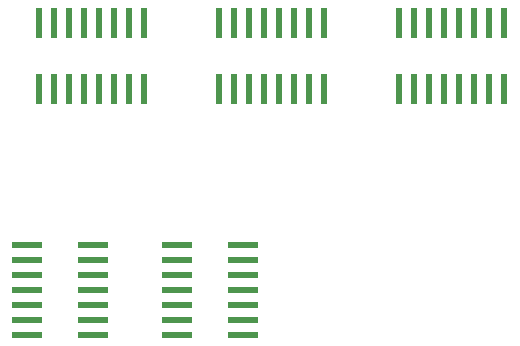
<source format=gbr>
G04 start of page 10 for group -4015 idx -4015 *
G04 Title: (unknown), toppaste *
G04 Creator: pcb 20140316 *
G04 CreationDate: Fri 19 May 2017 10:14:56 PM GMT UTC *
G04 For: thomasc *
G04 Format: Gerber/RS-274X *
G04 PCB-Dimensions (mil): 2500.00 3000.00 *
G04 PCB-Coordinate-Origin: lower left *
%MOIN*%
%FSLAX25Y25*%
%LNTOPPASTE*%
%ADD69R,0.0200X0.0200*%
G54D69*X140000Y228000D02*Y220000D01*
X130000Y228000D02*Y220000D01*
X135000Y228000D02*Y220000D01*
X125000Y228000D02*Y220000D01*
X120000Y228000D02*Y220000D01*
X110000Y228000D02*Y220000D01*
X145000Y228000D02*Y220000D01*
X115000Y228000D02*Y220000D01*
X135000Y206000D02*Y198000D01*
X130000Y206000D02*Y198000D01*
X125000Y206000D02*Y198000D01*
X120000Y206000D02*Y198000D01*
X140000Y206000D02*Y198000D01*
X145000Y206000D02*Y198000D01*
X110000Y206000D02*Y198000D01*
X115000Y206000D02*Y198000D01*
X80000Y228000D02*Y220000D01*
X70000Y228000D02*Y220000D01*
X75000Y228000D02*Y220000D01*
X65000Y228000D02*Y220000D01*
X60000Y228000D02*Y220000D01*
X50000Y228000D02*Y220000D01*
X85000Y228000D02*Y220000D01*
X55000Y228000D02*Y220000D01*
X75000Y206000D02*Y198000D01*
X70000Y206000D02*Y198000D01*
X65000Y206000D02*Y198000D01*
X60000Y206000D02*Y198000D01*
X80000Y206000D02*Y198000D01*
X85000Y206000D02*Y198000D01*
X50000Y206000D02*Y198000D01*
X55000Y206000D02*Y198000D01*
X200000Y228000D02*Y220000D01*
X190000Y228000D02*Y220000D01*
X195000Y228000D02*Y220000D01*
X185000Y228000D02*Y220000D01*
X180000Y228000D02*Y220000D01*
X170000Y228000D02*Y220000D01*
X205000Y228000D02*Y220000D01*
X175000Y228000D02*Y220000D01*
X195000Y206000D02*Y198000D01*
X190000Y206000D02*Y198000D01*
X185000Y206000D02*Y198000D01*
X180000Y206000D02*Y198000D01*
X200000Y206000D02*Y198000D01*
X205000Y206000D02*Y198000D01*
X170000Y206000D02*Y198000D01*
X175000Y206000D02*Y198000D01*
X64000Y120000D02*X72000D01*
X42000Y135000D02*X50000D01*
X64000Y150000D02*X72000D01*
X64000Y145000D02*X72000D01*
X64000Y125000D02*X72000D01*
X64000Y130000D02*X72000D01*
X64000Y135000D02*X72000D01*
X64000Y140000D02*X72000D01*
X42000Y120000D02*X50000D01*
X42000Y150000D02*X50000D01*
X42000Y145000D02*X50000D01*
X42000Y125000D02*X50000D01*
X42000Y130000D02*X50000D01*
X42000Y140000D02*X50000D01*
X114000Y120000D02*X122000D01*
X92000Y135000D02*X100000D01*
X114000Y150000D02*X122000D01*
X114000Y145000D02*X122000D01*
X114000Y125000D02*X122000D01*
X114000Y130000D02*X122000D01*
X114000Y135000D02*X122000D01*
X114000Y140000D02*X122000D01*
X92000Y120000D02*X100000D01*
X92000Y150000D02*X100000D01*
X92000Y145000D02*X100000D01*
X92000Y125000D02*X100000D01*
X92000Y130000D02*X100000D01*
X92000Y140000D02*X100000D01*
M02*

</source>
